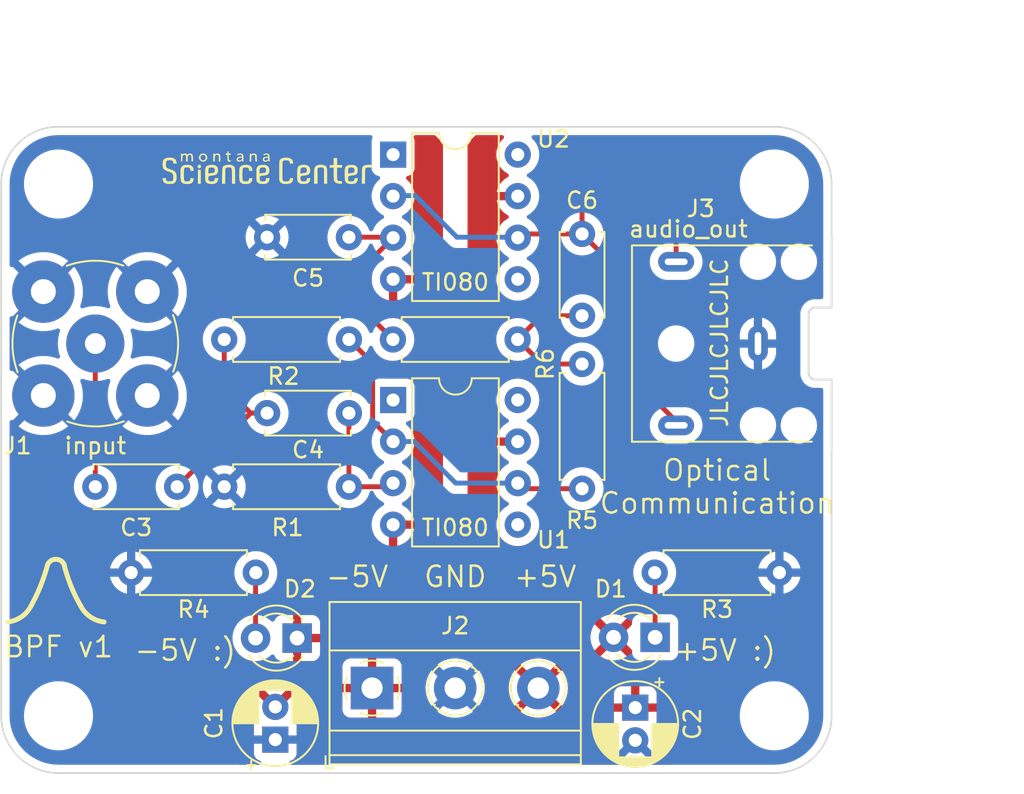
<source format=kicad_pcb>
(kicad_pcb (version 20211014) (generator pcbnew)
  (title_block (title "Optical Telecom Exhibit: Bandpass Filter") (date "2022-08-09") (rev "1") (company "Montana Science Center"))
  (layers (0 "F.Cu" signal) (31 "B.Cu" signal) (34 "B.Paste" user) (35 "F.Paste" user) (36 "B.SilkS" user "B.Silkscreen") (37 "F.SilkS" user "F.Silkscreen") (38 "B.Mask" user) (39 "F.Mask" user) (44 "Edge.Cuts" user))
  (net 0 "")
  (net 1 "Net-(C3-Pad1)")
  (net 2 "Net-(C5-Pad2)")
  (net 3 "Net-(C6-Pad2)")
  (net 4 "Net-(C6-Pad1)")
  (net 5 "Net-(C3-Pad2)")
  (net 6 "Net-(C4-Pad1)")
  (net 7 "GND")
  (net 8 "Net-(D1-Pad1)")
  (net 9 "+5V")
  (net 10 "-5V")
  (net 11 "Net-(D2-Pad2)")
  (net 12 "Net-(R2-Pad1)")
  (footprint "Resistor_THT:R_Axial_DIN0207_L6.3mm_D2.5mm_P7.62mm_Horizontal" (layer "F.Cu") (at 96.25 103.5 180)
    (fp_text reference "R2" (at 4 -2.25) (layer "F.SilkS"))
    (fp_text value "11k")
    (pad "1" thru_hole circle (at 0 0 180) (size 1.6 1.6) (drill 0.8) (layers *.Cu *.Mask) (net 12 "Net-(R2-Pad1)"))
    (pad "2" thru_hole oval (at 7.62 0 180) (size 1.6 1.6) (drill 0.8) (layers *.Cu *.Mask) (net 1 "Net-(C3-Pad1)"))
  )
  (footprint "TerminalBlock_Phoenix:TerminalBlock_Phoenix_MKDS-1,5-3-5.08_1x03_P5.08mm_Horizontal" (layer "F.Cu") (at 97.665 124.805)
    (fp_text reference "J2" (at 5.08 -3.805) (layer "F.SilkS"))
    (fp_text value "power_input")
    (pad "1" thru_hole rect (at 0 0) (size 2.6 2.6) (drill 1.3) (layers *.Cu *.Mask) (net 10 "-5V"))
    (pad "2" thru_hole circle (at 5.08 0) (size 2.6 2.6) (drill 1.3) (layers *.Cu *.Mask) (net 7 "GND"))
    (pad "3" thru_hole circle (at 10.16 0) (size 2.6 2.6) (drill 1.3) (layers *.Cu *.Mask) (net 9 "+5V"))
  )
  (footprint "Resistor_THT:R_Axial_DIN0207_L6.3mm_D2.5mm_P7.62mm_Horizontal" (layer "F.Cu") (at 88.63 112.5)
    (fp_text reference "R1" (at 3.87 2.5) (layer "F.SilkS"))
    (fp_text value "22k")
    (pad "1" thru_hole circle (at 0 0) (size 1.6 1.6) (drill 0.8) (layers *.Cu *.Mask) (net 7 "GND"))
    (pad "2" thru_hole oval (at 7.62 0) (size 1.6 1.6) (drill 0.8) (layers *.Cu *.Mask) (net 6 "Net-(C4-Pad1)"))
  )
  (footprint "MountingHole:MountingHole_3.2mm_M3" (layer "F.Cu") (at 78.5 94)
    (fp_text reference "H2" hide)
    (fp_text value "MountingHole" hide)
    (pad "" np_thru_hole circle (at 0 0) (size 3.2 3.2) (drill 3.2) (layers *.Cu *.Mask))
  )
  (footprint "MountingHole:MountingHole_3.2mm_M3" (layer "F.Cu") (at 122.25 126.5)
    (fp_text reference "H1" hide)
    (fp_text value "MountingHole" hide)
    (pad "" np_thru_hole circle (at 0 0) (size 3.2 3.2) (drill 3.2) (layers *.Cu *.Mask))
  )
  (footprint "LED_THT:LED_D3.0mm_Clear" (layer "F.Cu") (at 114.965 121.705 180)
    (fp_text reference "D1" (at 2.715 2.955) (layer "F.SilkS"))
    (fp_text value "LED")
    (pad "1" thru_hole rect (at 0 0 180) (size 1.8 1.8) (drill 0.9) (layers *.Cu *.Mask) (net 8 "Net-(D1-Pad1)"))
    (pad "2" thru_hole circle (at 2.54 0 180) (size 1.8 1.8) (drill 0.9) (layers *.Cu *.Mask) (net 9 "+5V"))
  )
  (footprint "Capacitor_THT:C_Disc_D5.0mm_W2.5mm_P5.00mm" (layer "F.Cu") (at 96.25 108 180)
    (fp_text reference "C4" (at 2.5 -2.25 180) (layer "F.SilkS"))
    (fp_text value "0.1uF")
    (pad "1" thru_hole circle (at 0 0 180) (size 1.6 1.6) (drill 0.8) (layers *.Cu *.Mask) (net 6 "Net-(C4-Pad1)"))
    (pad "2" thru_hole circle (at 5 0 180) (size 1.6 1.6) (drill 0.8) (layers *.Cu *.Mask) (net 1 "Net-(C3-Pad1)"))
  )
  (footprint "Capacitor_THT:CP_Radial_D5.0mm_P2.00mm" (layer "F.Cu") (at 91.75 127.955112 90)
    (fp_text reference "C1" (at 1 -3.75 90) (layer "F.SilkS"))
    (fp_text value "1uF")
    (pad "1" thru_hole rect (at 0 0 90) (size 1.6 1.6) (drill 0.8) (layers *.Cu *.Mask) (net 7 "GND"))
    (pad "2" thru_hole circle (at 2 0 90) (size 1.6 1.6) (drill 0.8) (layers *.Cu *.Mask) (net 10 "-5V"))
  )
  (footprint "Package_DIP:DIP-8_W7.62mm" (layer "F.Cu") (at 98.95 107.2)
    (fp_text reference "U1" (at 9.8 8.55) (layer "F.SilkS"))
    (fp_text value "TI080" (at 3.8 7.8 180) (layer "F.SilkS"))
    (pad "1" thru_hole rect (at 0 0) (size 1.6 1.6) (drill 0.8) (layers *.Cu *.Mask))
    (pad "2" thru_hole oval (at 0 2.54) (size 1.6 1.6) (drill 0.8) (layers *.Cu *.Mask) (net 12 "Net-(R2-Pad1)"))
    (pad "3" thru_hole oval (at 0 5.08) (size 1.6 1.6) (drill 0.8) (layers *.Cu *.Mask) (net 6 "Net-(C4-Pad1)"))
    (pad "4" thru_hole oval (at 0 7.62) (size 1.6 1.6) (drill 0.8) (layers *.Cu *.Mask) (net 10 "-5V"))
    (pad "5" thru_hole oval (at 7.62 7.62) (size 1.6 1.6) (drill 0.8) (layers *.Cu *.Mask))
    (pad "6" thru_hole oval (at 7.62 5.08) (size 1.6 1.6) (drill 0.8) (layers *.Cu *.Mask) (net 12 "Net-(R2-Pad1)"))
    (pad "7" thru_hole oval (at 7.62 2.54) (size 1.6 1.6) (drill 0.8) (layers *.Cu *.Mask) (net 9 "+5V"))
    (pad "8" thru_hole oval (at 7.62 0) (size 1.6 1.6) (drill 0.8) (layers *.Cu *.Mask))
  )
  (footprint "msc-logos:msc-gears-soldermask-5mm" (layer "F.Cu") (at 83.25 92.75)
    (fp_text reference "G***" hide)
    (fp_text value "LOGO" hide)
  )
  (footprint "Capacitor_THT:C_Disc_D5.0mm_W2.5mm_P5.00mm" (layer "F.Cu") (at 110.5 102.05 90)
    (fp_text reference "C6" (at 7.05 0) (layer "F.SilkS"))
    (fp_text value "1nF")
    (pad "1" thru_hole circle (at 0 0 90) (size 1.6 1.6) (drill 0.8) (layers *.Cu *.Mask) (net 4 "Net-(C6-Pad1)"))
    (pad "2" thru_hole circle (at 5 0 90) (size 1.6 1.6) (drill 0.8) (layers *.Cu *.Mask) (net 3 "Net-(C6-Pad2)"))
  )
  (footprint "Resistor_THT:R_Axial_DIN0207_L6.3mm_D2.5mm_P7.62mm_Horizontal" (layer "F.Cu") (at 114.94 117.75)
    (fp_text reference "R3" (at 3.81 2.25) (layer "F.SilkS"))
    (fp_text value "470")
    (pad "1" thru_hole circle (at 0 0) (size 1.6 1.6) (drill 0.8) (layers *.Cu *.Mask) (net 8 "Net-(D1-Pad1)"))
    (pad "2" thru_hole oval (at 7.62 0) (size 1.6 1.6) (drill 0.8) (layers *.Cu *.Mask) (net 7 "GND"))
  )
  (footprint "MountingHole:MountingHole_3.2mm_M3" (layer "F.Cu") (at 78.5 126.5)
    (fp_text reference "H4" hide)
    (fp_text value "MountingHole" hide)
    (pad "" np_thru_hole circle (at 0 0) (size 3.2 3.2) (drill 3.2) (layers *.Cu *.Mask))
  )
  (footprint "Resistor_THT:R_Axial_DIN0207_L6.3mm_D2.5mm_P7.62mm_Horizontal" (layer "F.Cu") (at 98.94 103.5)
    (fp_text reference "R6" (at 9.31 1.5 270) (layer "F.SilkS"))
    (fp_text value "11k")
    (pad "1" thru_hole circle (at 0 0) (size 1.6 1.6) (drill 0.8) (layers *.Cu *.Mask) (net 2 "Net-(C5-Pad2)"))
    (pad "2" thru_hole oval (at 7.62 0) (size 1.6 1.6) (drill 0.8) (layers *.Cu *.Mask) (net 4 "Net-(C6-Pad1)"))
  )
  (footprint "Resistor_THT:R_Axial_DIN0207_L6.3mm_D2.5mm_P7.62mm_Horizontal" (layer "F.Cu") (at 110.5 105 -90)
    (fp_text reference "R5" (at 9.56 0 180) (layer "F.SilkS"))
    (fp_text value "11k")
    (pad "1" thru_hole circle (at 0 0 270) (size 1.6 1.6) (drill 0.8) (layers *.Cu *.Mask) (net 4 "Net-(C6-Pad1)"))
    (pad "2" thru_hole oval (at 7.62 0 270) (size 1.6 1.6) (drill 0.8) (layers *.Cu *.Mask) (net 12 "Net-(R2-Pad1)"))
  )
  (footprint "Capacitor_THT:CP_Radial_D5.0mm_P2.00mm" (layer "F.Cu") (at 113.75 126 -90)
    (fp_text reference "C2" (at 1 -3.5 90) (layer "F.SilkS"))
    (fp_text value "1uF")
    (pad "1" thru_hole rect (at 0 0 270) (size 1.6 1.6) (drill 0.8) (layers *.Cu *.Mask) (net 9 "+5V"))
    (pad "2" thru_hole circle (at 2 0 270) (size 1.6 1.6) (drill 0.8) (layers *.Cu *.Mask) (net 7 "GND"))
  )
  (footprint "LED_THT:LED_D3.0mm_Clear" (layer "F.Cu") (at 93.085 121.75 180)
    (fp_text reference "D2" (at -0.165 3) (layer "F.SilkS"))
    (fp_text value "LED")
    (pad "1" thru_hole rect (at 0 0 180) (size 1.8 1.8) (drill 0.9) (layers *.Cu *.Mask) (net 10 "-5V"))
    (pad "2" thru_hole circle (at 2.54 0 180) (size 1.8 1.8) (drill 0.9) (layers *.Cu *.Mask) (net 11 "Net-(D2-Pad2)"))
  )
  (footprint "Connector_Coaxial:BNC_TEConnectivity_1478204_Vertical" (layer "F.Cu") (at 80.75 103.75)
    (fp_text reference "J1" (at -4.75 6.25) (layer "F.SilkS"))
    (fp_text value "input" (at 0 6.25) (layer "F.SilkS"))
    (pad "1" thru_hole circle (at 0 0) (size 3.556 3.556) (drill 1.27) (layers *.Cu *.Mask) (net 5 "Net-(C3-Pad2)"))
    (pad "2" thru_hole circle (at 3.175 -3.175) (size 3.81 3.81) (drill 1.524) (layers *.Cu *.Mask) (net 7 "GND"))
    (pad "2" thru_hole circle (at -3.175 -3.175) (size 3.81 3.81) (drill 1.524) (layers *.Cu *.Mask) (net 7 "GND"))
    (pad "2" thru_hole circle (at 3.175 3.175) (size 3.81 3.81) (drill 1.524) (layers *.Cu *.Mask) (net 7 "GND"))
    (pad "2" thru_hole circle (at -3.175 3.175) (size 3.81 3.81) (drill 1.524) (layers *.Cu *.Mask) (net 7 "GND"))
  )
  (footprint "Capacitor_THT:C_Disc_D5.0mm_W2.5mm_P5.00mm" (layer "F.Cu") (at 91.25 97.25)
    (fp_text reference "C5" (at 2.5 2.5) (layer "F.SilkS"))
    (fp_text value "470pF")
    (pad "1" thru_hole circle (at 0 0) (size 1.6 1.6) (drill 0.8) (layers *.Cu *.Mask) (net 7 "GND"))
    (pad "2" thru_hole circle (at 5 0) (size 1.6 1.6) (drill 0.8) (layers *.Cu *.Mask) (net 2 "Net-(C5-Pad2)"))
  )
  (footprint "MountingHole:MountingHole_3.2mm_M3" (layer "F.Cu") (at 122.25 94)
    (fp_text reference "H3" hide)
    (fp_text value "MountingHole" hide)
    (pad "" np_thru_hole circle (at 0 0) (size 3.2 3.2) (drill 3.2) (layers *.Cu *.Mask))
  )
  (footprint "Connector_Audio:Jack_3.5mm_CUI_SJ1-3523N_Horizontal" (layer "F.Cu") (at 121.25 103.75 90)
    (fp_text reference "J3" (at 8.25 -3.5 180) (layer "F.SilkS"))
    (fp_text value "audio_out" (at 7 -4.25) (layer "F.SilkS"))
    (fp_line (start 2.2 3.5) (end 2.2 4.5) (layer "Edge.Cuts") (width 0.12))
    (fp_line (start -2.2 4.5) (end -6.5 4.5) (layer "Edge.Cuts") (width 0.12))
    (fp_line (start -2.2 3.5) (end -2.2 4.5) (layer "Edge.Cuts") (width 0.12))
    (fp_line (start 2.2 4.5) (end 6.5 4.5) (layer "Edge.Cuts") (width 0.12))
    (fp_line (start 1.8 3.1) (end -1.8 3.1) (layer "Edge.Cuts") (width 0.12))
    (fp_arc (start -2.2 3.5) (mid -2.082842 3.217158) (end -1.8 3.1) (layer "Edge.Cuts") (width 0.12))
    (fp_arc (start 1.8 3.1) (mid 2.082843 3.217157) (end 2.2 3.5) (layer "Edge.Cuts") (width 0.12))
    (pad "" np_thru_hole circle (at 0 -5 90) (size 1.2 1.2) (drill 1.2) (layers *.Cu))
    (pad "" np_thru_hole circle (at -5 2.5 90) (size 1.2 1.2) (drill 1.2) (layers *.Cu))
    (pad "" np_thru_hole circle (at 5 0 90) (size 1.2 1.2) (drill 1.2) (layers *.Cu))
    (pad "" np_thru_hole circle (at 5 2.5 90) (size 1.2 1.2) (drill 1.2) (layers *.Cu))
    (pad "" np_thru_hole circle (at -5 0 90) (size 1.2 1.2) (drill 1.2) (layers *.Cu))
    (pad "R" thru_hole oval (at -5 -5 90) (size 1.2 2.2) (drill oval 0.4 1.4) (layers *.Cu *.Mask) (net 3 "Net-(C6-Pad2)"))
    (pad "S" thru_hole oval (at 0 0 90) (size 2.2 1.2) (drill oval 1.4 0.4) (layers *.Cu *.Mask) (net 7 "GND"))
    (pad "T" thru_hole oval (at 5 -5 270) (size 1.2 2.2) (drill oval 0.4 1.4) (layers *.Cu *.Mask) (net 3 "Net-(C6-Pad2)"))
  )
  (footprint "Resistor_THT:R_Axial_DIN0207_L6.3mm_D2.5mm_P7.62mm_Horizontal" (layer "F.Cu") (at 90.56 117.75 180)
    (fp_text reference "R4" (at 3.81 -2.25) (layer "F.SilkS"))
    (fp_text value "470")
    (pad "1" thru_hole circle (at 0 0 180) (size 1.6 1.6) (drill 0.8) (layers *.Cu *.Mask) (net 11 "Net-(D2-Pad2)"))
    (pad "2" thru_hole oval (at 7.62 0 180) (size 1.6 1.6) (drill 0.8) (layers *.Cu *.Mask) (net 7 "GND"))
  )
  (footprint "msc-logos:msc-text-silkscreen" (layer "F.Cu") (at 91.25 93)
    (fp_text reference "G***" hide)
    (fp_text value "LOGO" hide)
  )
  (footprint "Capacitor_THT:C_Disc_D5.0mm_W2.5mm_P5.00mm" (layer "F.Cu") (at 85.75 112.5 180)
    (fp_text reference "C3" (at 2.5 -2.5) (layer "F.SilkS"))
    (fp_text value "0.1uF")
    (pad "1" thru_hole circle (at 0 0 180) (size 1.6 1.6) (drill 0.8) (layers *.Cu *.Mask) (net 1 "Net-(C3-Pad1)"))
    (pad "2" thru_hole circle (at 5 0 180) (size 1.6 1.6) (drill 0.8) (layers *.Cu *.Mask) (net 5 "Net-(C3-Pad2)"))
  )
  (footprint "Package_DIP:DIP-8_W7.62mm" (layer "F.Cu") (at 98.95 92.2)
    (fp_text reference "U2" (at 9.8 -0.95) (layer "F.SilkS"))
    (fp_text value "TI080" (at 3.81 7.8) (layer "F.SilkS"))
    (pad "1" thru_hole rect (at 0 0) (size 1.6 1.6) (drill 0.8) (layers *.Cu *.Mask))
    (pad "2" thru_hole oval (at 0 2.54) (size 1.6 1.6) (drill 0.8) (layers *.Cu *.Mask) (net 3 "Net-(C6-Pad2)"))
    (pad "3" thru_hole oval (at 0 5.08) (size 1.6 1.6) (drill 0.8) (layers *.Cu *.Mask) (net 2 "Net-(C5-Pad2)"))
    (pad "4" thru_hole oval (at 0 7.62) (size 1.6 1.6) (drill 0.8) (layers *.Cu *.Mask) (net 10 "-5V"))
    (pad "5" thru_hole oval (at 7.62 7.62) (size 1.6 1.6) (drill 0.8) (layers *.Cu *.Mask))
    (pad "6" thru_hole oval (at 7.62 5.08) (size 1.6 1.6) (drill 0.8) (layers *.Cu *.Mask) (net 3 "Net-(C6-Pad2)"))
    (pad "7" thru_hole oval (at 7.62 2.54) (size 1.6 1.6) (drill 0.8) (layers *.Cu *.Mask) (net 9 "+5V"))
    (pad "8" thru_hole oval (at 7.62 0) (size 1.6 1.6) (drill 0.8) (layers *.Cu *.Mask))
  )
  (gr_arc (start 81.28767 120.76395) (mid 80.432287 120.44456) (end 79.839601 119.75) (layer "F.SilkS") (width 0.3))
  (gr_arc (start 77.839601 117.25) (mid 78.339601 116.933913) (end 78.839601 117.25) (layer "F.SilkS") (width 0.3))
  (gr_arc (start 76.839601 119.75) (mid 76.246915 120.44456) (end 75.391532 120.76395) (layer "F.SilkS") (width 0.3))
  (gr_arc (start 77.839601 117.25) (mid 77.415507 118.530362) (end 76.839601 119.75) (layer "F.SilkS") (width 0.3))
  (gr_arc (start 79.839601 119.75) (mid 79.25 118.53584) (end 78.839601 117.25) (layer "F.SilkS") (width 0.3))
  (gr_arc (start 122.25 90.5) (mid 124.724874 91.525126) (end 125.75 94) (layer "Edge.Cuts") (width 0.1))
  (gr_line (start 125.75 94) (end 125.75 97.25) (layer "Edge.Cuts") (width 0.1))
  (gr_line (start 78.5 130) (end 122.25 130) (layer "Edge.Cuts") (width 0.1))
  (gr_arc (start 75 94) (mid 76.025126 91.525126) (end 78.5 90.5) (layer "Edge.Cuts") (width 0.1))
  (gr_line (start 125.75 110.25) (end 125.75 126.5) (layer "Edge.Cuts") (width 0.1))
  (gr_arc (start 125.75 126.5) (mid 124.724874 128.974874) (end 122.25 130) (layer "Edge.Cuts") (width 0.1))
  (gr_arc (start 78.5 130) (mid 76.025126 128.974874) (end 75 126.5) (layer "Edge.Cuts") (width 0.1))
  (gr_line (start 122.25 90.5) (end 78.5 90.5) (layer "Edge.Cuts") (width 0.1))
  (gr_line (start 75 94) (end 75 126.5) (layer "Edge.Cuts") (width 0.1))
  (gr_text "JLCJLCJLCJLC" (at 118.9 103.7 90) (layer "F.SilkS") (effects (font (size 1 1))))
  (gr_text "+5V :)" (at 119.25 122.5) (layer "F.SilkS") (effects (font (size 1.25 1.25))))
  (gr_text "BPF v1" (at 78.5 122.28584) (layer "F.SilkS") (effects (font (size 1.25 1.25))))
  (gr_text "GND" (at 102.75 118) (layer "F.SilkS") (effects (font (size 1.25 1.25))))
  (gr_text "-5V" (at 96.75 118) (layer "F.SilkS") (effects (font (size 1.25 1.25))))
  (gr_text "-5V :)" (at 86.25 122.5) (layer "F.SilkS") (effects (font (size 1.25 1.25))))
  (gr_text "+5V" (at 108.25 118) (layer "F.SilkS") (effects (font (size 1.25 1.25))))
  (gr_text "Optical\nCommunication" (at 118.75 112.5) (layer "F.SilkS") (effects (font (size 1.25 1.25))))
  (segment (start 88.63 103.5) (end 88.63 106.38) (width 0.3) (layer "F.Cu") (net 1))
  (segment (start 85.75 112.5) (end 90.25 108) (width 0.3) (layer "F.Cu") (net 1))
  (segment (start 90.25 108) (end 91.25 108) (width 0.3) (layer "F.Cu") (net 1))
  (segment (start 88.63 106.38) (end 90.25 108) (width 0.3) (layer "F.Cu") (net 1))
  (segment (start 98.92 97.25) (end 98.95 97.28) (width 0.3) (layer "F.Cu") (net 2))
  (segment (start 97.5 98.73) (end 98.95 97.28) (width 0.3) (layer "F.Cu") (net 2))
  (segment (start 96.25 97.25) (end 98.92 97.25) (width 0.3) (layer "F.Cu") (net 2))
  (segment (start 98.94 103.5) (end 97.5 102.06) (width 0.3) (layer "F.Cu") (net 2))
  (segment (start 97.5 102.06) (end 97.5 98.73) (width 0.3) (layer "F.Cu") (net 2))
  (segment (start 115.75 95) (end 116.25 95.5) (width 0.3) (layer "F.Cu") (net 3))
  (segment (start 113.5 100.05) (end 110.5 97.05) (width 0.3) (layer "F.Cu") (net 3))
  (segment (start 112.8 94.7) (end 112.8 94.33541) (width 0.3) (layer "F.Cu") (net 3))
  (segment (start 106.8 97.05) (end 106.57 97.28) (width 0.3) (layer "F.Cu") (net 3))
  (segment (start 110.5 97.05) (end 110.5 95.5) (width 0.3) (layer "F.Cu") (net 3))
  (segment (start 110.5 95.5) (end 111 95) (width 0.3) (layer "F.Cu") (net 3))
  (segment (start 116.25 108.5) (end 113.5 105.75) (width 0.3) (layer "F.Cu") (net 3))
  (segment (start 114.3 95) (end 115.193198 95) (width 0.3) (layer "F.Cu") (net 3))
  (segment (start 110.5 97.05) (end 106.8 97.05) (width 0.3) (layer "F.Cu") (net 3))
  (segment (start 116.25 95.5) (end 116.25 98.75) (width 0.3) (layer "F.Cu") (net 3))
  (segment (start 116.25 108.75) (end 116.25 108.5) (width 0.3) (layer "F.Cu") (net 3))
  (segment (start 113.4 94.33541) (end 113.4 94.7) (width 0.3) (layer "F.Cu") (net 3))
  (segment (start 111 95) (end 112.5 95) (width 0.3) (layer "F.Cu") (net 3))
  (segment (start 114 95.66459) (end 114 95.3) (width 0.3) (layer "F.Cu") (net 3))
  (segment (start 115.193198 95) (end 115.75 95) (width 0.3) (layer "F.Cu") (net 3))
  (segment (start 113.4 94.7) (end 113.4 95.66459) (width 0.3) (layer "F.Cu") (net 3))
  (segment (start 113.5 105.75) (end 113.5 100.05) (width 0.3) (layer "F.Cu") (net 3))
  (arc (start 113.1 94.03541) (mid 113.312132 94.123278) (end 113.4 94.33541) (width 0.3) (layer "F.Cu") (net 3))
  (arc (start 114 95.3) (mid 114.087868 95.087868) (end 114.3 95) (width 0.3) (layer "F.Cu") (net 3))
  (arc (start 112.8 94.33541) (mid 112.887868 94.123278) (end 113.1 94.03541) (width 0.3) (layer "F.Cu") (net 3))
  (arc (start 113.7 95.96459) (mid 113.912132 95.876722) (end 114 95.66459) (width 0.3) (layer "F.Cu") (net 3))
  (arc (start 113.4 95.66459) (mid 113.487868 95.876722) (end 113.7 95.96459) (width 0.3) (layer "F.Cu") (net 3))
  (arc (start 112.5 95) (mid 112.712132 94.912132) (end 112.8 94.7) (width 0.3) (layer "F.Cu") (net 3))
  (segment (start 102.855 97.25) (end 106.645 97.25) (width 0.3) (layer "B.Cu") (net 3))
  (segment (start 99.025 94.71) (end 100.315 94.71) (width 0.3) (layer "B.Cu") (net 3))
  (segment (start 100.315 94.71) (end 102.855 97.25) (width 0.3) (layer "B.Cu") (net 3))
  (segment (start 110.5 105) (end 108.06 105) (width 0.3) (layer "F.Cu") (net 4))
  (segment (start 110.5 102.05) (end 108.01 102.05) (width 0.3) (layer "F.Cu") (net 4))
  (segment (start 108.01 102.05) (end 106.56 103.5) (width 0.3) (layer "F.Cu") (net 4))
  (segment (start 108.06 105) (end 106.56 103.5) (width 0.3) (layer "F.Cu") (net 4))
  (segment (start 80.75 103.5) (end 80.75 112.5) (width 0.3) (layer "F.Cu") (net 5))
  (segment (start 96.25 112.5) (end 98.73 112.5) (width 0.3) (layer "F.Cu") (net 6))
  (segment (start 98.73 112.5) (end 98.95 112.28) (width 0.3) (layer "F.Cu") (net 6))
  (segment (start 96.25 108) (end 96.25 112.5) (width 0.3) (layer "F.Cu") (net 6))
  (segment (start 114.965 117.775) (end 114.94 117.75) (width 0.3) (layer "F.Cu") (net 8))
  (segment (start 114.965 121.705) (end 114.965 117.775) (width 0.3) (layer "F.Cu") (net 8))
  (segment (start 90.545 121.75) (end 90.545 117.765) (width 0.3) (layer "F.Cu") (net 11))
  (segment (start 90.545 117.765) (end 90.56 117.75) (width 0.3) (layer "F.Cu") (net 11))
  (segment (start 106.91 112.62) (end 106.57 112.28) (width 0.3) (layer "F.Cu") (net 12))
  (segment (start 96.25 103.5) (end 97.7 104.95) (width 0.3) (layer "F.Cu") (net 12))
  (segment (start 110.5 112.62) (end 106.91 112.62) (width 0.3) (layer "F.Cu") (net 12))
  (segment (start 97.7 108.49) (end 98.95 109.74) (width 0.3) (layer "F.Cu") (net 12))
  (segment (start 97.7 104.95) (end 97.7 108.49) (width 0.3) (layer "F.Cu") (net 12))
  (segment (start 102.78 112.28) (end 106.57 112.28) (width 0.3) (layer "B.Cu") (net 12))
  (segment (start 98.95 109.74) (end 100.24 109.74) (width 0.3) (layer "B.Cu") (net 12))
  (segment (start 100.24 109.74) (end 102.78 112.28) (width 0.3) (layer "B.Cu") (net 12))
  (zone (net 9) (net_name "+5V") (layer "F.Cu") (connect_pads (clearance 0.508)) (min_thickness 0.254) (fill yes (thermal_gap 0.508) (thermal_bridge_width 0.508) (smoothing chamfer) (radius 1))
    (polygon (pts (xy 103.5 130) (xy 116.5 130) (xy 116.5 119) (xy 108.75 119) (xy 107.75 119) (xy 107.75 114.25) (xy 107.75 90.5) (xy 103.5 90.5)))
  )
  (zone (net 10) (net_name "-5V") (layer "F.Cu") (connect_pads (clearance 0.508)) (min_thickness 0.254) (fill yes (thermal_gap 0.508) (thermal_bridge_width 0.508) (smoothing chamfer) (radius 1))
    (polygon (pts (xy 102 130) (xy 89 130) (xy 89 119) (xy 95.75 119) (xy 97.75 119) (xy 97.75 114.25) (xy 97.75 90.5) (xy 102 90.5)))
  )
  (zone (net 7) (net_name "GND") (layer "B.Cu") (connect_pads (clearance 0.508)) (min_thickness 0.254) (fill yes (thermal_gap 0.508) (thermal_bridge_width 0.508))
    (polygon (pts (xy 125.75 130) (xy 75 130) (xy 75 90.5) (xy 125.75 90.5)))
  )
)
</source>
